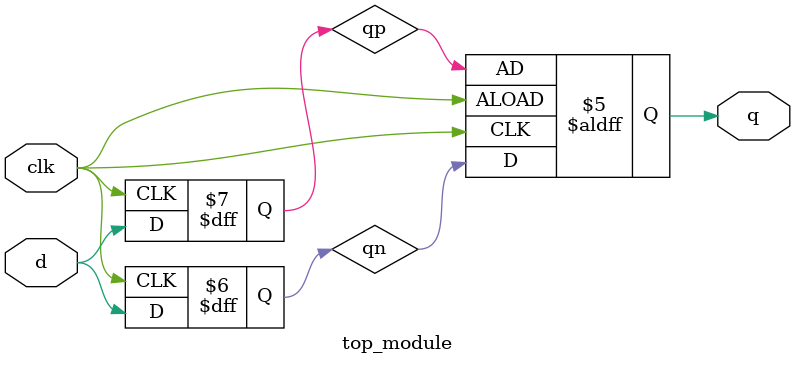
<source format=sv>
module top_module(
    input clk,
    input d,
    output reg q);

    reg qp;
    reg qn;

    always @(posedge clk) begin
        if (clk) begin
            qp <= d;
        end
    end

    always @(negedge clk) begin
        if (~clk) begin
            qn <= d;
        end
    end

    always @(posedge clk or negedge clk) begin
        if (clk) begin
            q <= qp;
        end else begin
            q <= qn;
        end
    end

endmodule

</source>
